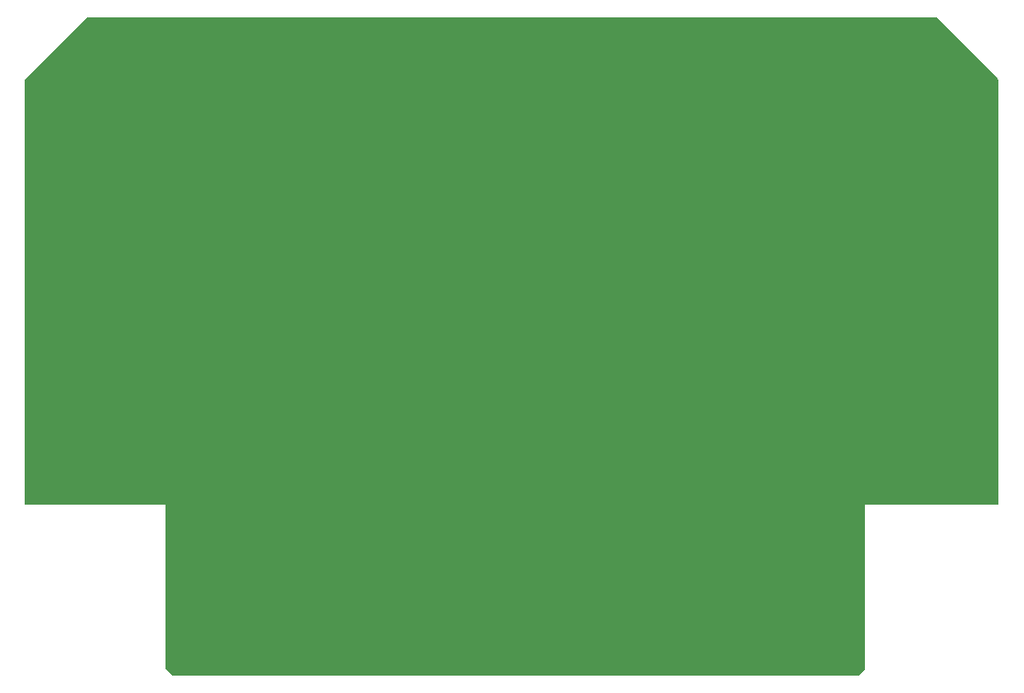
<source format=gbr>
G04 DipTrace 2.4.0.2*
%INBoard.gbr*%
%MOIN*%
%ADD11C,0.0055*%
%FSLAX44Y44*%
G04*
G70*
G90*
G75*
G01*
%LNBoardPoly*%
%LPD*%
G36*
X6187Y27937D2*
D11*
X37187D1*
X39437Y25687D1*
Y10187D1*
X34562D1*
Y4187D1*
X34312Y3937D1*
X9312D1*
X9062Y4187D1*
Y10187D1*
X3937D1*
Y25687D1*
X6187Y27937D1*
G37*
M02*

</source>
